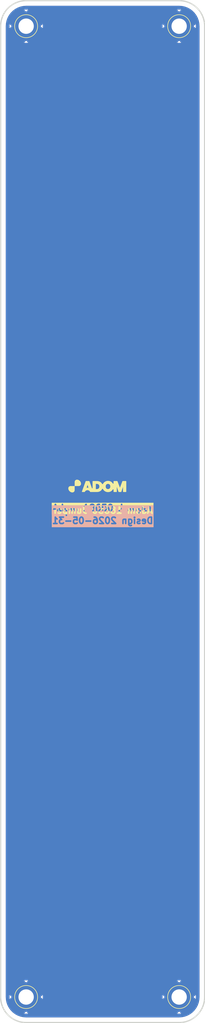
<source format=kicad_pcb>
(kicad_pcb (version 20241229) (generator "pcbnew") (generator_version "9.0")
  (layers (0 "F.Cu" signal) (2 "B.Cu" signal) (13 "F.Paste" user) (15 "B.Paste" user) (5 "F.SilkS" user "F.Silkscreen") (7 "B.SilkS" user "B.Silkscreen") (1 "F.Mask" user) (3 "B.Mask" user) (25 "Edge.Cuts" user))
  (property "board_name" "Adom 18650 Jumper")
  (net 0 "")
  (net 1 "/jumper")
  (footprint "Adom Footprint Library:ADOM_MEDIUM_PIN_SHORTER_v1" (layer "F.Cu") (at 2 -2)
    (property "Reference" "MP1" (hide yes))
    (property "Value" "~" (hide yes))
    (fp_circle (center 0 0) (end 0.9 0) (stroke (width 0.05)) (fill no) (layer "F.SilkS"))
    (pad "1" thru_hole circle (at 0 0) (size 1.6 1.6) (drill 1.2) (layers "*.Cu" "*.Mask") (net 1 "/jumper"))
  )
  (footprint "Adom Footprint Library:ADOM_MEDIUM_PIN_SHORTER_v1" (layer "F.Cu") (at 2 -78)
    (property "Reference" "MP2" (hide yes))
    (property "Value" "~" (hide yes))
    (fp_circle (center 0 0) (end 0.9 0) (stroke (width 0.05)) (fill no) (layer "F.SilkS"))
    (pad "1" thru_hole circle (at 0 0) (size 1.6 1.6) (drill 1.2) (layers "*.Cu" "*.Mask") (net 1 "/jumper"))
  )
  (footprint "Adom Footprint Library:ADOM_MEDIUM_PIN_SHORTER_v1" (layer "F.Cu") (at 14 -2)
    (property "Reference" "MP4" (hide yes))
    (property "Value" "~" (hide yes))
    (fp_circle (center 0 0) (end 0.9 0) (stroke (width 0.05)) (fill no) (layer "F.SilkS"))
    (pad "1" thru_hole circle (at 0 0) (size 1.6 1.6) (drill 1.2) (layers "*.Cu" "*.Mask") (net 1 "/jumper"))
  )
  (footprint "Adom Footprint Library:ADOM_MEDIUM_PIN_SHORTER_v1" (layer "F.Cu") (at 14 -78)
    (property "Reference" "MP3" (hide yes))
    (property "Value" "~" (hide yes))
    (fp_circle (center 0 0) (end 0.9 0) (stroke (width 0.05)) (fill no) (layer "F.SilkS"))
    (pad "1" thru_hole circle (at 0 0) (size 1.6 1.6) (drill 1.2) (layers "*.Cu" "*.Mask") (net 1 "/jumper"))
  )
  (footprint "Adom Footprint Library:Adom Logo Size 2" (layer "F.Cu") (at 8 -42)
    (property "Reference" "REF**" (hide yes))
    (property "Value" "Adom Logo Size 2" (hide yes))
    (fp_poly (pts (xy -2.2 0) (xy -2.199655 0.000027) (xy -2.199316 0.00007) (xy -2.198981 0.00013) (xy -2.198653 0.000206) (xy -2.198331 0.000297) (xy -2.198015 0.000404) (xy -2.197707 0.000526) (xy -2.197406 0.000662) (xy -2.197113 0.000813) (xy -2.196828 0.000976) (xy -2.196553 0.001153) (xy -2.196286 0.001343) (xy -2.19603 0.001545) (xy -2.195783 0.001759) (xy -2.195547 0.001984) (xy -2.195322 0.00222) (xy -2.195108 0.002466) (xy -2.194906 0.002723) (xy -2.194716 0.00299) (xy -2.19454 0.003265) (xy -2.194376 0.00355) (xy -2.194226 0.003843) (xy -2.194089 0.004144) (xy -2.193967 0.004452) (xy -2.19386 0.004768) (xy -2.193769 0.00509) (xy -2.193693 0.005418) (xy -2.193633 0.005753) (xy -2.19359 0.006092) (xy -2.193563 0.006437) (xy -2.193555 0.006786) (xy -2.193555 0.318063) (xy -2.193876 0.327409) (xy -2.194578 0.336651) (xy -2.195662 0.345777) (xy -2.197131 0.354775) (xy -2.198986 0.363634) (xy -2.201228 0.372341) (xy -2.20386 0.380885) (xy -2.206882 0.389254) (xy -2.210296 0.397437) (xy -2.214103 0.405421) (xy -2.218306 0.413194) (xy -2.222906 0.420745) (xy -2.227905 0.428063) (xy -2.233303 0.435134) (xy -2.239104 0.441948) (xy -2.245307 0.448492) (xy -2.253405 0.456079) (xy -2.261908 0.463056) (xy -2.270794 0.469424) (xy -2.280041 0.475187) (xy -2.289626 0.480348) (xy -2.299529 0.484909) (xy -2.309727 0.488873) (xy -2.320197 0.492244) (xy -2.330919 0.495025) (xy -2.341869 0.497217) (xy -2.353025 0.498825) (xy -2.364367 0.49985) (xy -2.37587 0.500296) (xy -2.387515 0.500166) (xy -2.399278 0.499463) (xy -2.411137 0.498189) (xy -2.423071 0.496347) (xy -2.435057 0.493941) (xy -2.447074 0.490973) (xy -2.459099 0.487446) (xy -2.483085 0.478727) (xy -2.50684 0.467807) (xy -2.530187 0.454709) (xy -2.541652 0.447351) (xy -2.55295 0.439457) (xy -2.564057 0.43103) (xy -2.574952 0.422073) (xy -2.585613 0.412589) (xy -2.596017 0.402581) (xy -2.596018 0.402518) (xy -2.60602 0.392113) (xy -2.615498 0.381452) (xy -2.62445 0.370557) (xy -2.632872 0.35945) (xy -2.640762 0.348153) (xy -2.648116 0.336687) (xy -2.654932 0.325076) (xy -2.661207 0.31334) (xy -2.666938 0.301503) (xy -2.672122 0.289585) (xy -2.676756 0.27761) (xy -2.680837 0.265599) (xy -2.684363 0.253574) (xy -2.68733 0.241558) (xy -2.689736 0.229571) (xy -2.691577 0.217638) (xy -2.692851 0.205778) (xy -2.693555 0.194015) (xy -2.693686 0.182371) (xy -2.693241 0.170867) (xy -2.692218 0.159526) (xy -2.690612 0.148369) (xy -2.688422 0.137419) (xy -2.685645 0.126698) (xy -2.682277 0.116227) (xy -2.678316 0.10603) (xy -2.673758 0.096127) (xy -2.668602 0.086541) (xy -2.662844 0.077294) (xy -2.656481 0.068408) (xy -2.64951 0.059905) (xy -2.641928 0.051807) (xy -2.635221 0.045449) (xy -2.628229 0.039517) (xy -2.620965 0.034009) (xy -2.613442 0.028924) (xy -2.605673 0.024257) (xy -2.59767 0.020009) (xy -2.589447 0.016175) (xy -2.581016 0.012755) (xy -2.572389 0.009745) (xy -2.563581 0.007144) (xy -2.554604 0.004949) (xy -2.54547 0.003158) (xy -2.536192 0.00177) (xy -2.526783 0.00078) (xy -2.517257 0.000188) (xy -2.507626 -0.000009) (xy -2.200349 -0.000009)) (fill yes) (layer "F.SilkS"))
    (fp_poly (pts (xy -1.999531 -0.500056) (xy -1.987768 -0.499353) (xy -1.975908 -0.498079) (xy -1.963974 -0.496237) (xy -1.951988 -0.493831) (xy -1.939972 -0.490863) (xy -1.927947 -0.487336) (xy -1.903961 -0.478617) (xy -1.880206 -0.467697) (xy -1.856859 -0.454599) (xy -1.845393 -0.447241) (xy -1.834096 -0.439347) (xy -1.822989 -0.43092) (xy -1.812094 -0.421963) (xy -1.801433 -0.41248) (xy -1.791028 -0.402471) (xy -1.791028 -0.402408) (xy -1.781026 -0.392003) (xy -1.771547 -0.381342) (xy -1.762596 -0.370447) (xy -1.754173 -0.35934) (xy -1.746284 -0.348043) (xy -1.738929 -0.336577) (xy -1.732113 -0.324966) (xy -1.725838 -0.31323) (xy -1.720108 -0.301393) (xy -1.714924 -0.289475) (xy -1.71029 -0.2775) (xy -1.706208 -0.265489) (xy -1.702683 -0.253464) (xy -1.699716 -0.241448) (xy -1.69731 -0.229462) (xy -1.695469 -0.217528) (xy -1.694194 -0.205668) (xy -1.69349 -0.193905) (xy -1.693359 -0.182261) (xy -1.693804 -0.170757) (xy -1.694828 -0.159416) (xy -1.696433 -0.148259) (xy -1.698623 -0.137309) (xy -1.701401 -0.126588) (xy -1.704769 -0.116117) (xy -1.70873 -0.10592) (xy -1.713287 -0.096017) (xy -1.718443 -0.086431) (xy -1.724202 -0.077184) (xy -1.730565 -0.068298) (xy -1.737536 -0.059795) (xy -1.745118 -0.051697) (xy -1.751825 -0.045339) (xy -1.758816 -0.039407) (xy -1.76608 -0.0339) (xy -1.773603 -0.028814) (xy -1.781373 -0.024148) (xy -1.789375 -0.019899) (xy -1.797599 -0.016065) (xy -1.80603 -0.012645) (xy -1.814656 -0.009635) (xy -1.823464 -0.007034) (xy -1.832442 -0.004839) (xy -1.841576 -0.003049) (xy -1.850854 -0.00166) (xy -1.860262 -0.00067) (xy -1.869788 -0.000078) (xy -1.87942 0.000118) (xy -2.186697 0.000118) (xy -2.187046 0.00011) (xy -2.18739 0.000083) (xy -2.18773 0.00004) (xy -2.188064 -0.00002) (xy -2.188393 -0.000096) (xy -2.188715 -0.000188) (xy -2.18903 -0.000294) (xy -2.189339 -0.000416) (xy -2.18964 -0.000553) (xy -2.189933 -0.000703) (xy -2.190217 -0.000867) (xy -2.190493 -0.001044) (xy -2.190759 -0.001233) (xy -2.191016 -0.001435) (xy -2.191263 -0.001649) (xy -2.191499 -0.001874) (xy -2.191724 -0.00211) (xy -2.191938 -0.002357) (xy -2.192139 -0.002613) (xy -2.192329 -0.00288) (xy -2.192506 -0.003156) (xy -2.19267 -0.00344) (xy -2.19282 -0.003733) (xy -2.192956 -0.004034) (xy -2.193078 -0.004342) (xy -2.193185 -0.004658) (xy -2.193277 -0.00498) (xy -2.193353 -0.005308) (xy -2.193413 -0.005643) (xy -2.193456 -0.005982) (xy -2.193482 -0.006327) (xy -2.193491 -0.006676) (xy -2.193491 -0.317953) (xy -2.19317 -0.327299) (xy -2.192468 -0.336541) (xy -2.191383 -0.345667) (xy -2.189914 -0.354665) (xy -2.188059 -0.363524) (xy -2.185817 -0.372231) (xy -2.183186 -0.380775) (xy -2.180164 -0.389144) (xy -2.17675 -0.397327) (xy -2.172942 -0.405311) (xy -2.168739 -0.413084) (xy -2.164139 -0.420635) (xy -2.159141 -0.427953) (xy -2.153742 -0.435024) (xy -2.147942 -0.441838) (xy -2.141739 -0.448382) (xy -2.133641 -0.455969) (xy -2.125138 -0.462946) (xy -2.116252 -0.469314) (xy -2.107005 -0.475077) (xy -2.097419 -0.480238) (xy -2.087516 -0.484799) (xy -2.077319 -0.488763) (xy -2.066848 -0.492134) (xy -2.056127 -0.494915) (xy -2.045177 -0.497107) (xy -2.03402 -0.498715) (xy -2.022679 -0.49974) (xy -2.011175 -0.500186)) (fill yes) (layer "F.SilkS"))
    (fp_poly (pts (xy 0.435733 -0.406109) (xy 0.450883 -0.405404) (xy 0.465865 -0.404238) (xy 0.480672 -0.402617) (xy 0.4953 -0.400547) (xy 0.509739 -0.398035) (xy 0.523985 -0.395087) (xy 0.538031 -0.39171) (xy 0.551869 -0.387911) (xy 0.565494 -0.383696) (xy 0.578898 -0.379072) (xy 0.592076 -0.374044) (xy 0.60502 -0.36862) (xy 0.617724 -0.362807) (xy 0.630182 -0.35661) (xy 0.642387 -0.350036) (xy 0.654332 -0.343093) (xy 0.66601 -0.335785) (xy 0.677416 -0.328121) (xy 0.688543 -0.320105) (xy 0.699383 -0.311746) (xy 0.709931 -0.303049) (xy 0.720179 -0.294021) (xy 0.730122 -0.284669) (xy 0.739752 -0.274999) (xy 0.749064 -0.265017) (xy 0.75805 -0.254731) (xy 0.766704 -0.244146) (xy 0.775019 -0.233269) (xy 0.782989 -0.222107) (xy 0.790607 -0.210667) (xy 0.797867 -0.198954) (xy 0.797867 -0.199081) (xy 0.799116 -0.197726) (xy 0.800395 -0.19648) (xy 0.8017 -0.19534) (xy 0.803027 -0.194299) (xy 0.80437 -0.193355) (xy 0.805725 -0.192502) (xy 0.807087 -0.191737) (xy 0.808452 -0.191055) (xy 0.809816 -0.190452) (xy 0.811173 -0.189923) (xy 0.812519 -0.189465) (xy 0.81385 -0.189072) (xy 0.81516 -0.188741) (xy 0.816446 -0.188466) (xy 0.817702 -0.188245) (xy 0.818925 -0.188072) (xy 0.82125 -0.187854) (xy 0.823384 -0.187777) (xy 0.825291 -0.187807) (xy 0.826933 -0.18791) (xy 0.828274 -0.18805) (xy 0.829278 -0.188193) (xy 0.830125 -0.18835) (xy 0.830981 -0.188574) (xy 0.833283 -0.189345) (xy 0.834851 -0.189982) (xy 0.836631 -0.190811) (xy 0.838573 -0.191851) (xy 0.840626 -0.19312) (xy 0.842741 -0.194637) (xy 0.843806 -0.195494) (xy 0.844868 -0.19642) (xy 0.84592 -0.197418) (xy 0.846957 -0.198489) (xy 0.847971 -0.199635) (xy 0.848957 -0.20086) (xy 0.849909 -0.202165) (xy 0.85082 -0.203553) (xy 0.851684 -0.205027) (xy 0.852495 -0.206587) (xy 0.853246 -0.208237) (xy 0.853931 -0.20998) (xy 0.854545 -0.211816) (xy 0.85508 -0.21375) (xy 0.855207 -0.213242) (xy 0.855207 -0.361895) (xy 0.855248 -0.36351) (xy 0.855369 -0.365104) (xy 0.855568 -0.366675) (xy 0.855844 -0.36822) (xy 0.856194 -0.369738) (xy 0.856617 -0.371227) (xy 0.85711 -0.372685) (xy 0.857671 -0.37411) (xy 0.858299 -0.3755) (xy 0.858991 -0.376852) (xy 0.859746 -0.378166) (xy 0.860562 -0.379439) (xy 0.861436 -0.380668) (xy 0.862367 -0.381853) (xy 0.863353 -0.382991) (xy 0.864391 -0.38408) (xy 0.86548 -0.385119) (xy 0.866618 -0.386104) (xy 0.867803 -0.387035) (xy 0.869033 -0.38791) (xy 0.870306 -0.388725) (xy 0.871619 -0.38948) (xy 0.872972 -0.390173) (xy 0.874362 -0.3908) (xy 0.875786 -0.391362) (xy 0.877244 -0.391855) (xy 0.878733 -0.392277) (xy 0.880251 -0.392627) (xy 0.881797 -0.392903) (xy 0.883367 -0.393102) (xy 0.884961 -0.393223) (xy 0.886577 -0.393264) (xy 1.135814 -0.393264) (xy 1.136983 -0.393241) (xy 1.138145 -0.393173) (xy 1.139299 -0.393061) (xy 1.140443 -0.392906) (xy 1.141576 -0.392707) (xy 1.142698 -0.392466) (xy 1.143807 -0.392184) (xy 1.144902 -0.391861) (xy 1.145983 -0.391498) (xy 1.147047 -0.391096) (xy 1.148094 -0.390655) (xy 1.149123 -0.390177) (xy 1.150134 -0.389661) (xy 1.151123 -0.389109) (xy 1.152092 -0.388521) (xy 1.153038 -0.387898) (xy 1.153961 -0.387241) (xy 1.154859 -0.386551) (xy 1.155732 -0.385828) (xy 1.156578 -0.385072) (xy 1.157396 -0.384286) (xy 1.158185 -0.383468) (xy 1.158945 -0.382621) (xy 1.159674 -0.381745) (xy 1.160371 -0.38084) (xy 1.161034 -0.379907) (xy 1.161664 -0.378948) (xy 1.162258 -0.377962) (xy 1.162816 -0.37695) (xy 1.163337 -0.375914) (xy 1.163819 -0.374853) (xy 1.164262 -0.37377) (xy 1.356921 0.124769) (xy 1.356947 0.124838) (xy 1.356978 0.124902) (xy 1.357013 0.124962) (xy 1.357052 0.125016) (xy 1.357094 0.125066) (xy 1.35714 0.125112) (xy 1.357189 0.125153) (xy 1.35724 0.125189) (xy 1.357294 0.12522) (xy 1.357351 0.125247) (xy 1.357408 0.12527) (xy 1.357468 0.125288) (xy 1.357528 0.125302) (xy 1.35759 0.125311) (xy 1.357652 0.125316) (xy 1.357715 0.125317) (xy 1.357777 0.125313) (xy 1.357839 0.125305) (xy 1.357901 0.125293) (xy 1.357961 0.125277) (xy 1.358021 0.125256) (xy 1.358079 0.125232) (xy 1.358135 0.125203) (xy 1.358189 0.125171) (xy 1.358241 0.125134) (xy 1.358289 0.125094) (xy 1.358335 0.125049) (xy 1.358378 0.125001) (xy 1.358417 0.124948) (xy 1.358452 0.124892) (xy 1.358482 0.124833) (xy 1.358509 0.124769) (xy 1.546723 -0.373515) (xy 1.547648 -0.375684) (xy 1.548727 -0.377755) (xy 1.549951 -0.379724) (xy 1.551312 -0.381584) (xy 1.552803 -0.383329) (xy 1.554413 -0.384954) (xy 1.556136 -0.386453) (xy 1.557962 -0.387819) (xy 1.559883 -0.389046) (xy 1.561892 -0.39013) (xy 1.563979 -0.391063) (xy 1.566136 -0.391839) (xy 1.568354 -0.392454) (xy 1.570626 -0.3929) (xy 1.572944 -0.393172) (xy 1.575297 -0.393264) (xy 1.823202 -0.393264) (xy 1.824817 -0.393223) (xy 1.826411 -0.393102) (xy 1.827982 -0.392903) (xy 1.829527 -0.392627) (xy 1.831045 -0.392277) (xy 1.832534 -0.391855) (xy 1.833992 -0.391362) (xy 1.835417 -0.3908) (xy 1.836807 -0.390173) (xy 1.838159 -0.38948) (xy 1.839473 -0.388725) (xy 1.840746 -0.38791) (xy 1.841975 -0.387035) (xy 1.84316 -0.386104) (xy 1.844298 -0.385119) (xy 1.845387 -0.38408) (xy 1.846426 -0.382991) (xy 1.847412 -0.381853) (xy 1.848342 -0.380668) (xy 1.849217 -0.379438) (xy 1.850032 -0.378166) (xy 1.850787 -0.376852) (xy 1.85148 -0.3755) (xy 1.852108 -0.37411) (xy 1.852669 -0.372685) (xy 1.853162 -0.371227) (xy 1.853584 -0.369738) (xy 1.853934 -0.36822) (xy 1.85421 -0.366675) (xy 1.854409 -0.365104) (xy 1.854531 -0.36351) (xy 1.854571 -0.361895) (xy 1.854571 0.43503) (xy 1.854531 0.436645) (xy 1.854409 0.438239) (xy 1.85421 0.43981) (xy 1.853934 0.441355) (xy 1.853584 0.442873) (xy 1.853162 0.444362) (xy 1.852669 0.44582) (xy 1.852108 0.447245) (xy 1.85148 0.448634) (xy 1.850787 0.449987) (xy 1.850032 0.451301) (xy 1.849217 0.452573) (xy 1.848342 0.453803) (xy 1.847412 0.454988) (xy 1.846426 0.456126) (xy 1.845387 0.457215) (xy 1.844298 0.458254) (xy 1.84316 0.459239) (xy 1.841975 0.46017) (xy 1.840746 0.461044) (xy 1.839473 0.46186) (xy 1.838159 0.462615) (xy 1.836807 0.463307) (xy 1.835417 0.463935) (xy 1.833992 0.464497) (xy 1.832534 0.46499) (xy 1.831045 0.465412) (xy 1.829527 0.465762) (xy 1.827982 0.466038) (xy 1.826411 0.466237) (xy 1.824817 0.466358) (xy 1.823202 0.466399) (xy 1.629083 0.466399) (xy 1.627468 0.466358) (xy 1.625874 0.466237) (xy 1.624303 0.466038) (xy 1.622758 0.465762) (xy 1.621239 0.465412) (xy 1.61975 0.46499) (xy 1.618293 0.464497) (xy 1.616868 0.463935) (xy 1.615478 0.463307) (xy 1.614125 0.462615) (xy 1.612812 0.46186) (xy 1.611539 0.461044) (xy 1.610309 0.46017) (xy 1.609124 0.459239) (xy 1.607986 0.458254) (xy 1.606897 0.457215) (xy 1.605859 0.456126) (xy 1.604873 0.454988) (xy 1.603942 0.453803) (xy 1.603068 0.452573) (xy 1.602252 0.451301) (xy 1.601497 0.449987) (xy 1.600805 0.448634) (xy 1.600177 0.447245) (xy 1.599616 0.44582) (xy 1.599123 0.444362) (xy 1.5987 0.442873) (xy 1.59835 0.441355) (xy 1.598075 0.43981) (xy 1.597875 0.438239) (xy 1.597754 0.436645) (xy 1.597714 0.43503) (xy 1.597714 0.07289) (xy 1.59771 0.072802) (xy 1.597698 0.07272) (xy 1.59768 0.072642) (xy 1.597656 0.072569) (xy 1.597625 0.0725) (xy 1.597588 0.072436) (xy 1.597547 0.072377) (xy 1.5975 0.072323) (xy 1.597449 0.072274) (xy 1.597395 0.072229) (xy 1.597336 0.07219) (xy 1.597275 0.072156) (xy 1.597211 0.072127) (xy 1.597144 0.072104) (xy 1.597076 0.072085) (xy 1.597007 0.072072) (xy 1.596937 0.072064) (xy 1.596866 0.072062) (xy 1.596795 0.072065) (xy 1.596724 0.072074) (xy 1.596655 0.072089) (xy 1.596586 0.072109) (xy 1.596519 0.072135) (xy 1.596454 0.072166) (xy 1.596392 0.072204) (xy 1.596333 0.072247) (xy 1.596277 0.072297) (xy 1.596225 0.072352) (xy 1.596177 0.072414) (xy 1.596133 0.072481) (xy 1.596095 0.072555) (xy 1.596063 0.072636) (xy 1.468491 0.445761) (xy 1.467608 0.448023) (xy 1.466562 0.450185) (xy 1.46536 0.452241) (xy 1.464012 0.454183) (xy 1.462527 0.456007) (xy 1.460912 0.457705) (xy 1.459177 0.459271) (xy 1.457331 0.4607) (xy 1.455382 0.461984) (xy 1.453339 0.463117) (xy 1.451211 0.464094) (xy 1.449006 0.464907) (xy 1.446734 0.46555) (xy 1.444403 0.466017) (xy 1.442021 0.466302) (xy 1.439598 0.466399) (xy 1.271324 0.466399) (xy 1.270102 0.466375) (xy 1.26889 0.466302) (xy 1.26769 0.466183) (xy 1.266501 0.466017) (xy 1.265326 0.465806) (xy 1.264164 0.46555) (xy 1.263018 0.46525) (xy 1.261889 0.464907) (xy 1.260777 0.464521) (xy 1.259683 0.464094) (xy 1.258609 0.463625) (xy 1.257555 0.463117) (xy 1.256523 0.46257) (xy 1.255514 0.461984) (xy 1.254528 0.46136) (xy 1.253567 0.4607) (xy 1.252632 0.460003) (xy 1.251724 0.459271) (xy 1.250844 0.458505) (xy 1.249993 0.457705) (xy 1.249172 0.456872) (xy 1.248383 0.456007) (xy 1.247625 0.45511) (xy 1.246901 0.454183) (xy 1.246211 0.453226) (xy 1.245556 0.452241) (xy 1.244938 0.451227) (xy 1.244357 0.450185) (xy 1.243815 0.449117) (xy 1.243313 0.448023) (xy 1.242851 0.446905) (xy 1.242431 0.445761) (xy 1.113653 0.069079) (xy 1.11362 0.068994) (xy 1.113582 0.068915) (xy 1.113539 0.068843) (xy 1.113491 0.068778) (xy 1.113439 0.068719) (xy 1.113383 0.068668) (xy 1.113323 0.068622) (xy 1.113261 0.068583) (xy 1.113196 0.068551) (xy 1.113129 0.068524) (xy 1.113061 0.068504) (xy 1.112991 0.06849) (xy 1.11292 0.068482) (xy 1.112849 0.06848) (xy 1.112779 0.068483) (xy 1.112708 0.068492) (xy 1.112639 0.068507) (xy 1.112571 0.068527) (xy 1.112505 0.068553) (xy 1.11244 0.068583) (xy 1.112379 0.068619) (xy 1.112321 0.068661) (xy 1.112266 0.068707) (xy 1.112215 0.068758) (xy 1.112169 0.068814) (xy 1.112127 0.068875) (xy 1.11209 0.06894) (xy 1.11206 0.06901) (xy 1.112035 0.069084) (xy 1.112017 0.069163) (xy 1.112006 0.069246) (xy 1.112002 0.069333) (xy 1.112002 0.43503) (xy 1.111961 0.436645) (xy 1.11184 0.438239) (xy 1.111641 0.43981) (xy 1.111365 0.441355) (xy 1.111015 0.442873) (xy 1.110592 0.444362) (xy 1.110099 0.44582) (xy 1.109538 0.447245) (xy 1.10891 0.448634) (xy 1.108218 0.449987) (xy 1.107463 0.451301) (xy 1.106647 0.452573) (xy 1.105773 0.453803) (xy 1.104842 0.454988) (xy 1.103856 0.456126) (xy 1.102818 0.457215) (xy 1.101729 0.458254) (xy 1.100591 0.459239) (xy 1.099406 0.46017) (xy 1.098176 0.461044) (xy 1.096904 0.46186) (xy 1.09559 0.462615) (xy 1.094237 0.463307) (xy 1.092848 0.463935) (xy 1.091423 0.464497) (xy 1.089965 0.46499) (xy 1.088476 0.465412) (xy 1.086958 0.465762) (xy 1.085412 0.466038) (xy 1.083842 0.466237) (xy 1.082248 0.466358) (xy 1.080633 0.466399) (xy 0.886513 0.466399) (xy 0.884898 0.466358) (xy 0.883304 0.466237) (xy 0.881734 0.466038) (xy 0.880188 0.465762) (xy 0.87867 0.465412) (xy 0.877181 0.46499) (xy 0.875723 0.464497) (xy 0.874298 0.463935) (xy 0.872909 0.463307) (xy 0.871556 0.462615) (xy 0.870243 0.46186) (xy 0.86897 0.461044) (xy 0.86774 0.46017) (xy 0.866555 0.459239) (xy 0.865417 0.458254) (xy 0.864328 0.457215) (xy 0.86329 0.456126) (xy 0.862304 0.454988) (xy 0.861373 0.453803) (xy 0.860499 0.452573) (xy 0.859683 0.451301) (xy 0.858928 0.449987) (xy 0.858236 0.448634) (xy 0.857608 0.447245) (xy 0.857047 0.44582) (xy 0.856554 0.444362) (xy 0.856131 0.442873) (xy 0.855781 0.441355) (xy 0.855505 0.43981) (xy 0.855306 0.438239) (xy 0.855185 0.436645) (xy 0.855144 0.43503) (xy 0.855144 0.281106) (xy 0.855017 0.281614) (xy 0.854488 0.279681) (xy 0.853879 0.277844) (xy 0.853198 0.276102) (xy 0.85245 0.274451) (xy 0.851642 0.272891) (xy 0.850781 0.271418) (xy 0.849872 0.27003) (xy 0.848921 0.268724) (xy 0.847936 0.2675) (xy 0.846922 0.266353) (xy 0.845885 0.265282) (xy 0.844833 0.264285) (xy 0.84377 0.263359) (xy 0.842704 0.262501) (xy 0.841641 0.261711) (xy 0.840587 0.260984) (xy 0.83853 0.259715) (xy 0.836585 0.258675) (xy 0.834801 0.257846) (xy 0.833229 0.257209) (xy 0.831919 0.256746) (xy 0.830921 0.256438) (xy 0.830062 0.256214) (xy 0.829215 0.256058) (xy 0.826871 0.255774) (xy 0.825229 0.255672) (xy 0.823324 0.255641) (xy 0.821192 0.255718) (xy 0.81887 0.255936) (xy 0.816394 0.256331) (xy 0.813802 0.256936) (xy 0.811131 0.257788) (xy 0.809776 0.258316) (xy 0.808416 0.25892) (xy 0.807054 0.259602) (xy 0.805696 0.260367) (xy 0.804345 0.261219) (xy 0.803006 0.262163) (xy 0.801684 0.263204) (xy 0.800384 0.264345) (xy 0.79911 0.265591) (xy 0.797867 0.266945) (xy 0.797867 0.266628) (xy 0.782989 0.289851) (xy 0.766704 0.311956) (xy 0.749064 0.332891) (xy 0.730121 0.352603) (xy 0.709929 0.371039) (xy 0.68854 0.388148) (xy 0.666006 0.403876) (xy 0.642379 0.418171) (xy 0.617713 0.43098) (xy 0.592061 0.442253) (xy 0.565473 0.451934) (xy 0.538004 0.459973) (xy 0.509706 0.466317) (xy 0.48063 0.470914) (xy 0.450831 0.47371) (xy 0.42036 0.474654) (xy 0.396971 0.474103) (xy 0.373968 0.472464) (xy 0.351375 0.469762) (xy 0.329215 0.46602) (xy 0.307511 0.46126) (xy 0.286287 0.455506) (xy 0.265565 0.448782) (xy 0.245369 0.44111) (xy 0.225723 0.432514) (xy 0.206648 0.423017) (xy 0.18817 0.412642) (xy 0.17031 0.401413) (xy 0.153093 0.389352) (xy 0.136541 0.376484) (xy 0.120678 0.36283) (xy 0.105526 0.348416) (xy 0.099517 0.342281) (xy 0.093634 0.336024) (xy 0.087879 0.329644) (xy 0.082254 0.323145) (xy 0.076759 0.316527) (xy 0.071397 0.309793) (xy 0.066169 0.302943) (xy 0.061077 0.295981) (xy 0.056121 0.288906) (xy 0.051303 0.281722) (xy 0.046626 0.27443) (xy 0.04209 0.267031) (xy 0.037697 0.259527) (xy 0.033448 0.251919) (xy 0.029345 0.244211) (xy 0.025389 0.236402) (xy 0.024297 0.234613) (xy 0.023142 0.232937) (xy 0.021931 0.231368) (xy 0.020671 0.229904) (xy 0.019368 0.228541) (xy 0.018028 0.227275) (xy 0.016658 0.226103) (xy 0.015263 0.225021) (xy 0.013851 0.224026) (xy 0.012428 0.223114) (xy 0.011 0.22228) (xy 0.009573 0.221523) (xy 0.008154 0.220837) (xy 0.006749 0.22022) (xy 0.005364 0.219668) (xy 0.004006 0.219177) (xy 0.001396 0.218365) (xy -0.001031 0.217755) (xy -0.003224 0.217318) (xy -0.005132 0.217024) (xy -0.006705 0.216847) (xy -0.007891 0.216755) (xy -0.0089 0.216717) (xy -0.009949 0.216749) (xy -0.012813 0.217021) (xy -0.014793 0.21733) (xy -0.017068 0.217798) (xy -0.019585 0.218459) (xy -0.022291 0.219344) (xy -0.025133 0.220488) (xy -0.028059 0.221923) (xy -0.029537 0.22276) (xy -0.031015 0.223682) (xy -0.032488 0.224693) (xy -0.033948 0.225798) (xy -0.03539 0.227001) (xy -0.036806 0.228305) (xy -0.03819 0.229715) (xy -0.039535 0.231235) (xy -0.040835 0.232869) (xy -0.042083 0.234622) (xy -0.043273 0.236496) (xy -0.044397 0.238497) (xy -0.044397 0.238116) (xy -0.048135 0.245524) (xy -0.052016 0.252839) (xy -0.056038 0.260059) (xy -0.060201 0.267184) (xy -0.064505 0.274209) (xy -0.068948 0.281135) (xy -0.07353 0.287959) (xy -0.07825 0.294679) (xy -0.083108 0.301293) (xy -0.088103 0.3078) (xy -0.093235 0.314198) (xy -0.098502 0.320484) (xy -0.103904 0.326657) (xy -0.109441 0.332715) (xy -0.115111 0.338656) (xy -0.120914 0.344479) (xy -0.136521 0.359003) (xy -0.15285 0.372637) (xy -0.169884 0.385376) (xy -0.187604 0.397213) (xy -0.205994 0.40814) (xy -0.225036 0.418152) (xy -0.244711 0.427242) (xy -0.265004 0.435403) (xy -0.285895 0.442629) (xy -0.307368 0.448912) (xy -0.329405 0.454247) (xy -0.351988 0.458627) (xy -0.3751 0.462045) (xy -0.398723 0.464495) (xy -0.422839 0.465969) (xy -0.447431 0.466462) (xy -0.959432 0.466462) (xy -0.960448 0.466445) (xy -0.961458 0.466392) (xy -0.962462 0.466304) (xy -0.963459 0.466181) (xy -0.964448 0.466025) (xy -0.965429 0.465835) (xy -0.9664 0.465612) (xy -0.967361 0.465356) (xy -0.96831 0.465068) (xy -0.969247 0.464748) (xy -0.970171 0.464397) (xy -0.971082 0.464015) (xy -0.971978 0.463602) (xy -0.972858 0.463159) (xy -0.973722 0.462686) (xy -0.974569 0.462184) (xy -0.975398 0.461653) (xy -0.976207 0.461094) (xy -0.976998 0.460507) (xy -0.977767 0.459892) (xy -0.978515 0.459251) (xy -0.979241 0.458582) (xy -0.979944 0.457887) (xy -0.980622 0.457167) (xy -0.981276 0.456421) (xy -0.981904 0.45565) (xy -0.982506 0.454854) (xy -0.98308 0.454035) (xy -0.983626 0.453191) (xy -0.984143 0.452325) (xy -0.98463 0.451436) (xy -0.985086 0.450524) (xy -0.992284 0.436675) (xy -1.00038 0.423466) (xy -1.00934 0.410931) (xy -1.01913 0.399106) (xy -1.029718 0.388025) (xy -1.041071 0.377724) (xy -1.053155 0.368237) (xy -1.065937 0.3596) (xy -1.079385 0.351848) (xy -1.093465 0.345015) (xy -1.108144 0.339138) (xy -1.123389 0.334251) (xy -1.139167 0.330388) (xy -1.155444 0.327586) (xy -1.172188 0.325879) (xy -1.189365 0.325302) (xy -1.198008 0.325447) (xy -1.206551 0.325881) (xy -1.214988 0.326598) (xy -1.223317 0.327595) (xy -1.231532 0.328866) (xy -1.239629 0.330407) (xy -1.247604 0.332215) (xy -1.255452 0.334284) (xy -1.263169 0.336611) (xy -1.270751 0.33919) (xy -1.278192 0.342017) (xy -1.28549 0.345089) (xy -1.292639 0.3484) (xy -1.299635 0.351946) (xy -1.306474 0.355723) (xy -1.313151 0.359727) (xy -1.319661 0.363952) (xy -1.326002 0.368395) (xy -1.332167 0.373051) (xy -1.338153 0.377916) (xy -1.343956 0.382985) (xy -1.34957 0.388254) (xy -1.354992 0.393718) (xy -1.360217 0.399374) (xy -1.365241 0.405216) (xy -1.370059 0.41124) (xy -1.374668 0.417443) (xy -1.379062 0.423819) (xy -1.383237 0.430363) (xy -1.387189 0.437073) (xy -1.390914 0.443943) (xy -1.394407 0.450968) (xy -1.395325 0.452723) (xy -1.39636 0.454387) (xy -1.397505 0.455959) (xy -1.398754 0.457435) (xy -1.4001 0.458811) (xy -1.401536 0.460085) (xy -1.403056 0.461252) (xy -1.404654 0.462311) (xy -1.406322 0.463258) (xy -1.408055 0.464088) (xy -1.409845 0.4648) (xy -1.411686 0.46539) (xy -1.413571 0.465854) (xy -1.415494 0.46619) (xy -1.417447 0.466394) (xy -1.419426 0.466462) (xy -1.594876 0.466462) (xy -1.596186 0.46644) (xy -1.597496 0.466372) (xy -1.598802 0.466258) (xy -1.600103 0.466097) (xy -1.601397 0.465889) (xy -1.602681 0.465632) (xy -1.603953 0.465326) (xy -1.605211 0.46497) (xy -1.606452 0.464564) (xy -1.607675 0.464106) (xy -1.608878 0.463596) (xy -1.610057 0.463033) (xy -1.61121 0.462417) (xy -1.612337 0.461747) (xy -1.613433 0.461021) (xy -1.614498 0.460239) (xy -1.616461 0.458602) (xy -1.618252 0.45684) (xy -1.619872 0.454966) (xy -1.621318 0.452991) (xy -1.622589 0.450925) (xy -1.623684 0.44878) (xy -1.624602 0.446569) (xy -1.62534 0.444301) (xy -1.625899 0.441989) (xy -1.626276 0.439643) (xy -1.626471 0.437275) (xy -1.626481 0.434897) (xy -1.626307 0.43252) (xy -1.625945 0.430154) (xy -1.625396 0.427812) (xy -1.624658 0.425505) (xy -1.553428 0.230115) (xy -0.533157 0.230115) (xy -0.533148 0.230453) (xy -0.533123 0.230786) (xy -0.533081 0.231115) (xy -0.533024 0.231438) (xy -0.532951 0.231757) (xy -0.532863 0.232069) (xy -0.53276 0.232375) (xy -0.532643 0.232674) (xy -0.532511 0.232966) (xy -0.532367 0.233251) (xy -0.532209 0.233528) (xy -0.532038 0.233796) (xy -0.531855 0.234055) (xy -0.53166 0.234305) (xy -0.531453 0.234545) (xy -0.531236 0.234775) (xy -0.531007 0.234994) (xy -0.530768 0.235202) (xy -0.530519 0.235399) (xy -0.530261 0.235584) (xy -0.529993 0.235757) (xy -0.529716 0.235917) (xy -0.529431 0.236064) (xy -0.529138 0.236197) (xy -0.528838 0.236316) (xy -0.52853 0.23642) (xy -0.528215 0.23651) (xy -0.527894 0.236584) (xy -0.527567 0.236643) (xy -0.527234 0.236685) (xy -0.526896 0.236711) (xy -0.526553 0.236719) (xy -0.465021 0.236719) (xy -0.452939 0.23651) (xy -0.441187 0.235883) (xy -0.429769 0.234841) (xy -0.418687 0.233387) (xy -0.407945 0.231523) (xy -0.397548 0.229252) (xy -0.387498 0.226577) (xy -0.377799 0.223501) (xy -0.368454 0.220025) (xy -0.359468 0.216152) (xy -0.350843 0.211886) (xy -0.342583 0.207228) (xy -0.334691 0.202182) (xy -0.327172 0.196749) (xy -0.320028 0.190933) (xy -0.313264 0.184737) (xy -0.306882 0.178162) (xy -0.300887 0.171211) (xy -0.295281 0.163888) (xy -0.290068 0.156194) (xy -0.285252 0.148133) (xy -0.280837 0.139706) (xy -0.276825 0.130917) (xy -0.27322 0.121768) (xy -0.270027 0.112261) (xy -0.267248 0.1024) (xy -0.264886 0.092187) (xy -0.262946 0.081625) (xy -0.261431 0.070715) (xy -0.260345 0.059462) (xy -0.259691 0.047867) (xy -0.259472 0.035932) (xy -0.259516 0.033519) (xy 0.240972 0.033519) (xy 0.241173 0.045157) (xy 0.241764 0.056494) (xy 0.242738 0.067525) (xy 0.244094 0.078245) (xy 0.245826 0.088651) (xy 0.24793 0.098737) (xy 0.250404 0.1085) (xy 0.253242 0.117935) (xy 0.256441 0.127037) (xy 0.259997 0.135802) (xy 0.263906 0.144225) (xy 0.268164 0.152302) (xy 0.272767 0.160029) (xy 0.27771 0.167401) (xy 0.282991 0.174413) (xy 0.288605 0.181062) (xy 0.294548 0.187342) (xy 0.300816 0.193249) (xy 0.307405 0.198779) (xy 0.314311 0.203928) (xy 0.321531 0.20869) (xy 0.32906 0.213061) (xy 0.336894 0.217038) (xy 0.345029 0.220614) (xy 0.353462 0.223787) (xy 0.362189 0.226551) (xy 0.371204 0.228902) (xy 0.380506 0.230836) (xy 0.390089 0.232348) (xy 0.399949 0.233433) (xy 0.410083 0.234087) (xy 0.420486 0.234306) (xy 0.430739 0.234082) (xy 0.440741 0.233412) (xy 0.450488 0.232302) (xy 0.459975 0.230758) (xy 0.469196 0.228784) (xy 0.478147 0.226388) (xy 0.486823 0.223573) (xy 0.495219 0.220346) (xy 0.50333 0.216713) (xy 0.511151 0.212678) (xy 0.518678 0.208247) (xy 0.525905 0.203425) (xy 0.532827 0.198219) (xy 0.53944 0.192634) (xy 0.545738 0.186675) (xy 0.551717 0.180347) (xy 0.557372 0.173657) (xy 0.562697 0.16661) (xy 0.567689 0.15921) (xy 0.572341 0.151465) (xy 0.57665 0.143379) (xy 0.58061 0.134957) (xy 0.584215 0.126206) (xy 0.587463 0.117131) (xy 0.590346 0.107737) (xy 0.592861 0.09803) (xy 0.595003 0.088015) (xy 0.596766 0.077698) (xy 0.598146 0.067085) (xy 0.599138 0.05618) (xy 0.599737 0.04499) (xy 0.599937 0.033519) (xy 0.599744 0.022071) (xy 0.599164 0.010875) (xy 0.598201 -0.000058) (xy 0.596858 -0.010722) (xy 0.595136 -0.021109) (xy 0.593039 -0.03121) (xy 0.590569 -0.041017) (xy 0.587729 -0.050523) (xy 0.584522 -0.059719) (xy 0.580949 -0.068598) (xy 0.577014 -0.077151) (xy 0.57272 -0.08537) (xy 0.568068 -0.093248) (xy 0.563061 -0.100777) (xy 0.557703 -0.107948) (xy 0.551995 -0.114753) (xy 0.55047 -0.116445) (xy 0.548939 -0.118095) (xy 0.547396 -0.119709) (xy 0.545836 -0.121294) (xy 0.539895 -0.12692) (xy 0.533672 -0.1322) (xy 0.527175 -0.137131) (xy 0.520409 -0.141712) (xy 0.513379 -0.145939) (xy 0.506093 -0.149812) (xy 0.498555 -0.153326) (xy 0.490773 -0.15648) (xy 0.482752 -0.159272) (xy 0.474498 -0.1617) (xy 0.466017 -0.16376) (xy 0.457315 -0.165451) (xy 0.448399 -0.16677) (xy 0.439274 -0.167715) (xy 0.429947 -0.168284) (xy 0.420423 -0.168474) (xy 0.410178 -0.168257) (xy 0.400165 -0.167606) (xy 0.390392 -0.166526) (xy 0.380865 -0.165018) (xy 0.371593 -0.163087) (xy 0.362582 -0.160735) (xy 0.35384 -0.157966) (xy 0.345374 -0.154782) (xy 0.337191 -0.151186) (xy 0.3293 -0.147182) (xy 0.321706 -0.142773) (xy 0.314419 -0.137961) (xy 0.307444 -0.13275) (xy 0.300789 -0.127143) (xy 0.294462 -0.121143) (xy 0.28847 -0.114753) (xy 0.282819 -0.10797) (xy 0.277514 -0.100818) (xy 0.272556 -0.093306) (xy 0.267948 -0.085442) (xy 0.263694 -0.077233) (xy 0.259796 -0.068687) (xy 0.256255 -0.059813) (xy 0.253077 -0.050618) (xy 0.250262 -0.041111) (xy 0.247813 -0.031299) (xy 0.245734 -0.021191) (xy 0.244027 -0.010794) (xy 0.242694 -0.000116) (xy 0.241739 0.010834) (xy 0.241164 0.022048) (xy 0.240972 0.033519) (xy -0.259516 0.033519) (xy -0.259691 0.023992) (xy -0.260345 0.012377) (xy -0.261431 0.001092) (xy -0.262946 -0.009861) (xy -0.264886 -0.020476) (xy -0.267248 -0.030752) (xy -0.270027 -0.040684) (xy -0.27322 -0.05027) (xy -0.276825 -0.059505) (xy -0.280837 -0.068386) (xy -0.285252 -0.07691) (xy -0.290068 -0.085073) (xy -0.295281 -0.092871) (xy -0.300887 -0.100302) (xy -0.306882 -0.107362) (xy -0.313264 -0.114047) (xy -0.320028 -0.120353) (xy -0.327172 -0.126278) (xy -0.334691 -0.131818) (xy -0.342583 -0.136969) (xy -0.350843 -0.141728) (xy -0.359468 -0.146092) (xy -0.368454 -0.150056) (xy -0.377799 -0.153618) (xy -0.387498 -0.156774) (xy -0.397548 -0.15952) (xy -0.407945 -0.161853) (xy -0.418687 -0.16377) (xy -0.429769 -0.165267) (xy -0.441187 -0.166341) (xy -0.452939 -0.166988) (xy -0.465021 -0.167204) (xy -0.526553 -0.167204) (xy -0.52689 -0.167195) (xy -0.527223 -0.16717) (xy -0.527552 -0.167127) (xy -0.527876 -0.167069) (xy -0.528194 -0.166994) (xy -0.528506 -0.166905) (xy -0.528812 -0.1668) (xy -0.529111 -0.166681) (xy -0.529404 -0.166548) (xy -0.529688 -0.166401) (xy -0.529965 -0.166241) (xy -0.530233 -0.166069) (xy -0.530492 -0.165884) (xy -0.530742 -0.165687) (xy -0.530982 -0.165479) (xy -0.531212 -0.165259) (xy -0.531431 -0.165029) (xy -0.53164 -0.164789) (xy -0.531836 -0.164539) (xy -0.532021 -0.16428) (xy -0.532194 -0.164012) (xy -0.532354 -0.163736) (xy -0.532501 -0.163451) (xy -0.532634 -0.163159) (xy -0.532753 -0.16286) (xy -0.532857 -0.162554) (xy -0.532947 -0.162241) (xy -0.533021 -0.161923) (xy -0.53308 -0.161599) (xy -0.533122 -0.161271) (xy -0.533148 -0.160937) (xy -0.533157 -0.1606) (xy -0.533157 0.230115) (xy -1.553428 0.230115) (xy -1.513988 0.12193) (xy -1.254481 0.12193) (xy -1.25448 0.122129) (xy -1.254473 0.122323) (xy -1.25446 0.122513) (xy -1.25444 0.122698) (xy -1.254415 0.122879) (xy -1.254385 0.123056) (xy -1.25431 0.123396) (xy -1.254219 0.123717) (xy -1.254115 0.124019) (xy -1.254 0.124301) (xy -1.253878 0.124564) (xy -1.253751 0.124806) (xy -1.253623 0.125027) (xy -1.253496 0.125226) (xy -1.253374 0.125404) (xy -1.253075 0.125763) (xy -1.252898 0.125957) (xy -1.252702 0.126156) (xy -1.252486 0.126358) (xy -1.25225 0.126558) (xy -1.251993 0.126755) (xy -1.251715 0.126944) (xy -1.251415 0.127123) (xy -1.251093 0.127288) (xy -1.250749 0.127436) (xy -1.250382 0.127565) (xy -1.249992 0.12767) (xy -1.249577 0.12775) (xy -1.249361 0.127779) (xy -1.249138 0.1278) (xy -1.24891 0.127813) (xy -1.248675 0.127817) (xy -1.120087 0.127817) (xy -1.119846 0.127813) (xy -1.119612 0.1278) (xy -1.119385 0.127779) (xy -1.119164 0.12775) (xy -1.118949 0.127714) (xy -1.118741 0.12767) (xy -1.118539 0.127621) (xy -1.118344 0.127565) (xy -1.118155 0.127503) (xy -1.117972 0.127436) (xy -1.117795 0.127364) (xy -1.117624 0.127288) (xy -1.117459 0.127207) (xy -1.1173 0.127123) (xy -1.117147 0.127035) (xy -1.116999 0.126944) (xy -1.116858 0.12685) (xy -1.116722 0.126755) (xy -1.116467 0.126558) (xy -1.116235 0.126358) (xy -1.116024 0.126156) (xy -1.115834 0.125957) (xy -1.115665 0.125763) (xy -1.115517 0.125578) (xy -1.115388 0.125404) (xy -1.11542 0.125372) (xy -1.115452 0.12534) (xy -1.115329 0.125162) (xy -1.115203 0.12496) (xy -1.115075 0.124737) (xy -1.114949 0.124491) (xy -1.114827 0.124225) (xy -1.114714 0.123939) (xy -1.114611 0.123633) (xy -1.114523 0.123308) (xy -1.114452 0.122966) (xy -1.114401 0.122607) (xy -1.114373 0.122231) (xy -1.114371 0.12184) (xy -1.114399 0.121434) (xy -1.114459 0.121014) (xy -1.114555 0.12058) (xy -1.114617 0.120358) (xy -1.11469 0.120133) (xy -1.179396 -0.073986) (xy -1.179508 -0.074299) (xy -1.179628 -0.074595) (xy -1.179757 -0.074875) (xy -1.179894 -0.07514) (xy -1.180038 -0.075389) (xy -1.180189 -0.075623) (xy -1.180346 -0.075842) (xy -1.180508 -0.076048) (xy -1.180677 -0.07624) (xy -1.18085 -0.076419) (xy -1.181027 -0.076585) (xy -1.181208 -0.076739) (xy -1.181392 -0.076881) (xy -1.181579 -0.077011) (xy -1.181769 -0.077131) (xy -1.18196 -0.07724) (xy -1.182153 -0.07734) (xy -1.182346 -0.077429) (xy -1.182733 -0.077581) (xy -1.183117 -0.077701) (xy -1.183495 -0.07779) (xy -1.183862 -0.077854) (xy -1.184214 -0.077894) (xy -1.184547 -0.077916) (xy -1.184857 -0.077923) (xy -1.185157 -0.077916) (xy -1.185483 -0.077892) (xy -1.185829 -0.077848) (xy -1.186193 -0.07778) (xy -1.186569 -0.077686) (xy -1.186953 -0.077561) (xy -1.187342 -0.077403) (xy -1.187537 -0.077311) (xy -1.187731 -0.077209) (xy -1.187923 -0.077096) (xy -1.188115 -0.076974) (xy -1.188304 -0.07684) (xy -1.18849 -0.076695) (xy -1.188673 -0.076539) (xy -1.188852 -0.07637) (xy -1.189027 -0.076188) (xy -1.189197 -0.075994) (xy -1.189362 -0.075787) (xy -1.18952 -0.075565) (xy -1.189673 -0.075329) (xy -1.189818 -0.075079) (xy -1.189956 -0.074813) (xy -1.190085 -0.074533) (xy -1.190206 -0.074236) (xy -1.190318 -0.073923) (xy -1.254199 0.120197) (xy -1.254266 0.120427) (xy -1.254322 0.120654) (xy -1.25437 0.120876) (xy -1.254409 0.121095) (xy -1.254439 0.12131) (xy -1.25446 0.121521) (xy -1.254474 0.121728) (xy -1.254481 0.12193) (xy -1.513988 0.12193) (xy -1.33351 -0.373135) (xy -1.332607 -0.375338) (xy -1.331545 -0.377442) (xy -1.330334 -0.379443) (xy -1.328982 -0.381333) (xy -1.327497 -0.383107) (xy -1.325889 -0.384758) (xy -1.324165 -0.38628) (xy -1.322334 -0.387668) (xy -1.320405 -0.388915) (xy -1.318387 -0.390016) (xy -1.316287 -0.390964) (xy -1.314115 -0.391753) (xy -1.311879 -0.392377) (xy -1.309587 -0.392831) (xy -1.307249 -0.393107) (xy -1.304872 -0.393201) (xy -1.062619 -0.393201) (xy -1.061421 -0.393177) (xy -1.060231 -0.393106) (xy -1.059052 -0.39299) (xy -1.057883 -0.392828) (xy -1.056727 -0.392621) (xy -1.055583 -0.392371) (xy -1.054454 -0.392078) (xy -1.05334 -0.391743) (xy -1.052242 -0.391366) (xy -1.051161 -0.390949) (xy -1.050099 -0.390492) (xy -1.049056 -0.389996) (xy -1.048034 -0.389461) (xy -1.047034 -0.38889) (xy -1.046056 -0.388281) (xy -1.045101 -0.387636) (xy -1.044172 -0.386957) (xy -1.043268 -0.386242) (xy -1.042391 -0.385495) (xy -1.041542 -0.384714) (xy -1.040722 -0.383902) (xy -1.039932 -0.383058) (xy -1.039174 -0.382183) (xy -1.038447 -0.381279) (xy -1.037753 -0.380346) (xy -1.037094 -0.379385) (xy -1.03647 -0.378397) (xy -1.035883 -0.377382) (xy -1.035333 -0.376341) (xy -1.034821 -0.375275) (xy -1.034349 -0.374185) (xy -1.033917 -0.373071) (xy -0.838655 0.164583) (xy -0.838846 0.163631) (xy -0.837685 0.165224) (xy -0.836504 0.166698) (xy -0.835305 0.168055) (xy -0.834094 0.169302) (xy -0.832873 0.170443) (xy -0.831646 0.171481) (xy -0.830417 0.172422) (xy -0.829191 0.173271) (xy -0.82797 0.174031) (xy -0.826758 0.174708) (xy -0.82556 0.175306) (xy -0.824378 0.175829) (xy -0.823218 0.176282) (xy -0.822082 0.17667) (xy -0.820974 0.176997) (xy -0.819899 0.177268) (xy -0.818859 0.177487) (xy -0.817859 0.177658) (xy -0.815994 0.177879) (xy -0.814332 0.177965) (xy -0.812905 0.177954) (xy -0.811742 0.177882) (xy -0.810874 0.177785) (xy -0.810144 0.177664) (xy -0.809443 0.177477) (xy -0.807561 0.176797) (xy -0.806281 0.176217) (xy -0.804829 0.175448) (xy -0.803248 0.174466) (xy -0.801579 0.173251) (xy -0.799863 0.17178) (xy -0.799 0.170942) (xy -0.798141 0.170031) (xy -0.797291 0.169045) (xy -0.796455 0.167981) (xy -0.795639 0.166837) (xy -0.794847 0.165609) (xy -0.794085 0.164296) (xy -0.793357 0.162893) (xy -0.79267 0.161399) (xy -0.792028 0.15981) (xy -0.791436 0.158124) (xy -0.790899 0.156338) (xy -0.790424 0.154449) (xy -0.790014 0.152455) (xy -0.790014 -0.361832) (xy -0.789973 -0.363447) (xy -0.789852 -0.365041) (xy -0.789653 -0.366611) (xy -0.789377 -0.368157) (xy -0.789027 -0.369675) (xy -0.788605 -0.371164) (xy -0.788112 -0.372622) (xy -0.78755 -0.374046) (xy -0.786923 -0.375436) (xy -0.78623 -0.376789) (xy -0.785475 -0.378102) (xy -0.78466 -0.379375) (xy -0.783785 -0.380605) (xy -0.782854 -0.38179) (xy -0.781869 -0.382928) (xy -0.78083 -0.384017) (xy -0.779741 -0.385055) (xy -0.778603 -0.386041) (xy -0.777418 -0.386972) (xy -0.776188 -0.387846) (xy -0.774916 -0.388662) (xy -0.773602 -0.389417) (xy -0.772249 -0.390109) (xy -0.77086 -0.390737) (xy -0.769435 -0.391298) (xy -0.767977 -0.391791) (xy -0.766488 -0.392214) (xy -0.76497 -0.392564) (xy -0.763425 -0.392839) (xy -0.761854 -0.393039) (xy -0.76026 -0.39316) (xy -0.758645 -0.393201) (xy -0.447241 -0.393201) (xy -0.429794 -0.392954) (xy -0.412605 -0.392219) (xy -0.39568 -0.391) (xy -0.379023 -0.389304) (xy -0.362642 -0.387135) (xy -0.346541 -0.384499) (xy -0.330727 -0.381402) (xy -0.315206 -0.377849) (xy -0.299982 -0.373846) (xy -0.285062 -0.369399) (xy -0.270452 -0.364512) (xy -0.256158 -0.359192) (xy -0.242185 -0.353443) (xy -0.228538 -0.347272) (xy -0.215225 -0.340685) (xy -0.20225 -0.333685) (xy -0.189619 -0.32628) (xy -0.177339 -0.318474) (xy -0.165415 -0.310274) (xy -0.153852 -0.301684) (xy -0.142656 -0.29271) (xy -0.131834 -0.283358) (xy -0.121391 -0.273633) (xy -0.111333 -0.263541) (xy -0.101665 -0.253088) (xy -0.092394 -0.242278) (xy -0.083525 -0.231118) (xy -0.075063 -0.219613) (xy -0.067016 -0.207768) (xy -0.059388 -0.195589) (xy -0.052185 -0.183082) (xy -0.045413 -0.170252) (xy -0.044277 -0.168481) (xy -0.043077 -0.166821) (xy -0.041819 -0.165267) (xy -0.040509 -0.163817) (xy -0.039155 -0.162467) (xy -0.037763 -0.161214) (xy -0.036339 -0.160053) (xy -0.034891 -0.158982) (xy -0.033424 -0.157996) (xy -0.031945 -0.157092) (xy -0.030461 -0.156267) (xy -0.028979 -0.155517) (xy -0.027505 -0.154838) (xy -0.026045 -0.154227) (xy -0.023196 -0.153194) (xy -0.020485 -0.15239) (xy -0.017964 -0.151786) (xy -0.015686 -0.151352) (xy -0.013704 -0.151062) (xy -0.01207 -0.150886) (xy -0.010838 -0.150796) (xy -0.00979 -0.150758) (xy -0.008696 -0.15079) (xy -0.005711 -0.151062) (xy -0.003646 -0.151371) (xy -0.001274 -0.151839) (xy 0.001351 -0.152499) (xy 0.004172 -0.153385) (xy 0.007137 -0.154529) (xy 0.010187 -0.155963) (xy 0.01327 -0.157723) (xy 0.014806 -0.158734) (xy 0.01633 -0.159839) (xy 0.017833 -0.161042) (xy 0.019311 -0.162346) (xy 0.020754 -0.163756) (xy 0.022158 -0.165276) (xy 0.023514 -0.16691) (xy 0.024816 -0.168662) (xy 0.026058 -0.170537) (xy 0.027231 -0.172538) (xy 0.027231 -0.172221) (xy 0.041507 -0.198175) (xy 0.057456 -0.222918) (xy 0.075013 -0.246386) (xy 0.094114 -0.268515) (xy 0.114696 -0.289241) (xy 0.136693 -0.3085) (xy 0.160042 -0.326228) (xy 0.184679 -0.342361) (xy 0.210539 -0.356835) (xy 0.237558 -0.369587) (xy 0.265673 -0.380552) (xy 0.294818 -0.389667) (xy 0.324929 -0.396868) (xy 0.355944 -0.40209) (xy 0.387796 -0.405271) (xy 0.420423 -0.406345)) (fill yes) (layer "F.SilkS"))
  )
  (gr_arc (start 16 -2) (mid 15.414214 -0.585786) (end 14 0) (stroke (width 0.1)) (layer "Edge.Cuts"))
  (gr_arc (start 2 0) (mid 0.585786 -0.585786) (end 0 -2) (stroke (width 0.1)) (layer "Edge.Cuts"))
  (gr_line (start 14 -80) (end 2 -80) (stroke (width 0.1)) (layer "Edge.Cuts"))
  (gr_arc (start 14 -80) (mid 15.414214 -79.414214) (end 16 -78) (stroke (width 0.1)) (layer "Edge.Cuts"))
  (gr_line (start 2 0) (end 14 0) (stroke (width 0.1)) (layer "Edge.Cuts"))
  (gr_line (start 0 -78) (end 0 -2) (stroke (width 0.1)) (layer "Edge.Cuts"))
  (gr_line (start 16 -2) (end 16 -78) (stroke (width 0.1)) (layer "Edge.Cuts"))
  (gr_arc (start 0 -78) (mid 0.585786 -79.414214) (end 2 -80) (stroke (width 0.1)) (layer "Edge.Cuts"))
  (gr_text "${board_name}" (at 8 -40 0) (layer "F.SilkS" knockout) (effects (font (size 0.5 0.5) (thickness 0.125)) (justify bottom)))
  (gr_text "${board_name}\nDesign ${CURRENT_DATE}" (at 8 -39 0) (layer "B.SilkS" knockout) (effects (font (size 0.5 0.5) (thickness 0.125)) (justify bottom mirror)))
  (zone (net 1) (net_name "/jumper") (layer "F.Cu") (connect_pads (clearance 0.5)) (min_thickness 0.25) (fill yes (thermal_gap 0.5) (thermal_bridge_width 2.5))
    (polygon (pts (xy 0 -80) (xy 16 -80) (xy 16 0) (xy 0 0)))
  )
  (zone (net 1) (net_name "/jumper") (layer "B.Cu") (connect_pads (clearance 0.5)) (min_thickness 0.25) (fill yes (thermal_gap 0.5) (thermal_bridge_width 2.5))
    (polygon (pts (xy 16 -80) (xy 0 -80) (xy 0 0) (xy 16 0)))
  )
)
</source>
